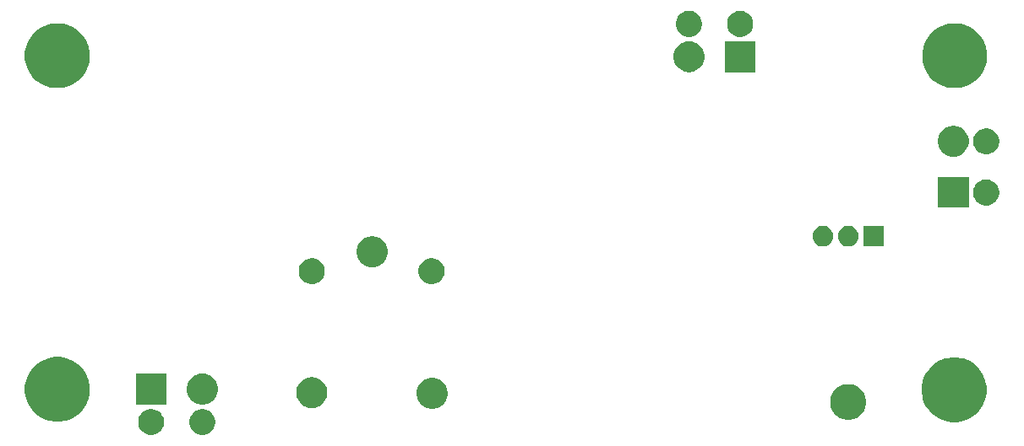
<source format=gbr>
G04 #@! TF.GenerationSoftware,KiCad,Pcbnew,(5.1.5)-3*
G04 #@! TF.CreationDate,2020-09-18T03:21:52-03:00*
G04 #@! TF.ProjectId,Luz de Freio,4c757a20-6465-4204-9672-65696f2e6b69,rev?*
G04 #@! TF.SameCoordinates,Original*
G04 #@! TF.FileFunction,Soldermask,Bot*
G04 #@! TF.FilePolarity,Negative*
%FSLAX46Y46*%
G04 Gerber Fmt 4.6, Leading zero omitted, Abs format (unit mm)*
G04 Created by KiCad (PCBNEW (5.1.5)-3) date 2020-09-18 03:21:52*
%MOMM*%
%LPD*%
G04 APERTURE LIST*
%ADD10C,0.100000*%
G04 APERTURE END LIST*
D10*
G36*
X150035287Y-135100996D02*
G01*
X150272053Y-135199068D01*
X150272055Y-135199069D01*
X150485139Y-135341447D01*
X150666353Y-135522661D01*
X150718174Y-135600216D01*
X150808732Y-135735747D01*
X150906804Y-135972513D01*
X150956800Y-136223861D01*
X150956800Y-136480139D01*
X150906804Y-136731487D01*
X150808732Y-136968253D01*
X150808731Y-136968255D01*
X150666353Y-137181339D01*
X150485139Y-137362553D01*
X150272055Y-137504931D01*
X150272054Y-137504932D01*
X150272053Y-137504932D01*
X150035287Y-137603004D01*
X149783939Y-137653000D01*
X149527661Y-137653000D01*
X149276313Y-137603004D01*
X149039547Y-137504932D01*
X149039546Y-137504932D01*
X149039545Y-137504931D01*
X148826461Y-137362553D01*
X148645247Y-137181339D01*
X148502869Y-136968255D01*
X148502868Y-136968253D01*
X148404796Y-136731487D01*
X148354800Y-136480139D01*
X148354800Y-136223861D01*
X148404796Y-135972513D01*
X148502868Y-135735747D01*
X148593427Y-135600216D01*
X148645247Y-135522661D01*
X148826461Y-135341447D01*
X149039545Y-135199069D01*
X149039547Y-135199068D01*
X149276313Y-135100996D01*
X149527661Y-135051000D01*
X149783939Y-135051000D01*
X150035287Y-135100996D01*
G37*
G36*
X144904487Y-135100996D02*
G01*
X145141253Y-135199068D01*
X145141255Y-135199069D01*
X145354339Y-135341447D01*
X145535553Y-135522661D01*
X145587374Y-135600216D01*
X145677932Y-135735747D01*
X145776004Y-135972513D01*
X145826000Y-136223861D01*
X145826000Y-136480139D01*
X145776004Y-136731487D01*
X145677932Y-136968253D01*
X145677931Y-136968255D01*
X145535553Y-137181339D01*
X145354339Y-137362553D01*
X145141255Y-137504931D01*
X145141254Y-137504932D01*
X145141253Y-137504932D01*
X144904487Y-137603004D01*
X144653139Y-137653000D01*
X144396861Y-137653000D01*
X144145513Y-137603004D01*
X143908747Y-137504932D01*
X143908746Y-137504932D01*
X143908745Y-137504931D01*
X143695661Y-137362553D01*
X143514447Y-137181339D01*
X143372069Y-136968255D01*
X143372068Y-136968253D01*
X143273996Y-136731487D01*
X143224000Y-136480139D01*
X143224000Y-136223861D01*
X143273996Y-135972513D01*
X143372068Y-135735747D01*
X143462627Y-135600216D01*
X143514447Y-135522661D01*
X143695661Y-135341447D01*
X143908745Y-135199069D01*
X143908747Y-135199068D01*
X144145513Y-135100996D01*
X144396861Y-135051000D01*
X144653139Y-135051000D01*
X144904487Y-135100996D01*
G37*
G36*
X225634239Y-129936467D02*
G01*
X225948282Y-129998934D01*
X226539926Y-130244001D01*
X227072392Y-130599784D01*
X227525216Y-131052608D01*
X227880999Y-131585074D01*
X228126066Y-132176718D01*
X228142823Y-132260960D01*
X228251000Y-132804803D01*
X228251000Y-133445197D01*
X228188533Y-133759239D01*
X228126066Y-134073282D01*
X227880999Y-134664926D01*
X227525216Y-135197392D01*
X227072392Y-135650216D01*
X226539926Y-136005999D01*
X225948282Y-136251066D01*
X225634239Y-136313533D01*
X225320197Y-136376000D01*
X224679803Y-136376000D01*
X224365761Y-136313533D01*
X224051718Y-136251066D01*
X223460074Y-136005999D01*
X222927608Y-135650216D01*
X222474784Y-135197392D01*
X222119001Y-134664926D01*
X221873934Y-134073282D01*
X221811467Y-133759239D01*
X221749000Y-133445197D01*
X221749000Y-132804803D01*
X221857177Y-132260960D01*
X221873934Y-132176718D01*
X222119001Y-131585074D01*
X222474784Y-131052608D01*
X222927608Y-130599784D01*
X223460074Y-130244001D01*
X224051718Y-129998934D01*
X224365761Y-129936467D01*
X224679803Y-129874000D01*
X225320197Y-129874000D01*
X225634239Y-129936467D01*
G37*
G36*
X135696563Y-129874000D02*
G01*
X136073282Y-129948934D01*
X136664926Y-130194001D01*
X137197392Y-130549784D01*
X137650216Y-131002608D01*
X138005999Y-131535074D01*
X138251066Y-132126718D01*
X138267823Y-132210960D01*
X138376000Y-132754803D01*
X138376000Y-133395197D01*
X138340036Y-133576000D01*
X138251066Y-134023282D01*
X138005999Y-134614926D01*
X137650216Y-135147392D01*
X137197392Y-135600216D01*
X136664926Y-135955999D01*
X136073282Y-136201066D01*
X135821915Y-136251066D01*
X135445197Y-136326000D01*
X134804803Y-136326000D01*
X134428085Y-136251066D01*
X134176718Y-136201066D01*
X133585074Y-135955999D01*
X133052608Y-135600216D01*
X132599784Y-135147392D01*
X132244001Y-134614926D01*
X131998934Y-134023282D01*
X131909964Y-133576000D01*
X131874000Y-133395197D01*
X131874000Y-132754803D01*
X131982177Y-132210960D01*
X131998934Y-132126718D01*
X132244001Y-131535074D01*
X132599784Y-131002608D01*
X133052608Y-130549784D01*
X133585074Y-130194001D01*
X134176718Y-129948934D01*
X134553437Y-129874000D01*
X134804803Y-129824000D01*
X135445197Y-129824000D01*
X135696563Y-129874000D01*
G37*
G36*
X214904231Y-132619111D02*
G01*
X215231992Y-132754874D01*
X215526970Y-132951972D01*
X215777828Y-133202830D01*
X215974926Y-133497808D01*
X216110689Y-133825569D01*
X216179900Y-134173516D01*
X216179900Y-134528284D01*
X216110689Y-134876231D01*
X215974926Y-135203992D01*
X215777828Y-135498970D01*
X215526970Y-135749828D01*
X215231992Y-135946926D01*
X214904231Y-136082689D01*
X214556284Y-136151900D01*
X214201516Y-136151900D01*
X213853569Y-136082689D01*
X213525808Y-135946926D01*
X213230830Y-135749828D01*
X212979972Y-135498970D01*
X212782874Y-135203992D01*
X212647111Y-134876231D01*
X212577900Y-134528284D01*
X212577900Y-134173516D01*
X212647111Y-133825569D01*
X212782874Y-133497808D01*
X212979972Y-133202830D01*
X213230830Y-132951972D01*
X213525808Y-132754874D01*
X213853569Y-132619111D01*
X214201516Y-132549900D01*
X214556284Y-132549900D01*
X214904231Y-132619111D01*
G37*
G36*
X172875843Y-131924304D02*
G01*
X173127210Y-131974304D01*
X173409474Y-132091221D01*
X173663505Y-132260959D01*
X173879541Y-132476995D01*
X174049279Y-132731026D01*
X174166196Y-133013290D01*
X174195998Y-133163115D01*
X174215855Y-133262940D01*
X174225800Y-133312940D01*
X174225800Y-133618460D01*
X174166196Y-133918110D01*
X174049279Y-134200374D01*
X173879541Y-134454405D01*
X173663505Y-134670441D01*
X173409474Y-134840179D01*
X173127210Y-134957096D01*
X173078927Y-134966700D01*
X172827561Y-135016700D01*
X172522039Y-135016700D01*
X172270673Y-134966700D01*
X172222390Y-134957096D01*
X171940126Y-134840179D01*
X171686095Y-134670441D01*
X171470059Y-134454405D01*
X171300321Y-134200374D01*
X171183404Y-133918110D01*
X171123800Y-133618460D01*
X171123800Y-133312940D01*
X171133746Y-133262940D01*
X171153602Y-133163115D01*
X171183404Y-133013290D01*
X171300321Y-132731026D01*
X171470059Y-132476995D01*
X171686095Y-132260959D01*
X171940126Y-132091221D01*
X172222390Y-131974304D01*
X172473757Y-131924304D01*
X172522039Y-131914700D01*
X172827561Y-131914700D01*
X172875843Y-131924304D01*
G37*
G36*
X160849170Y-131878944D02*
G01*
X161077210Y-131924304D01*
X161359474Y-132041221D01*
X161613505Y-132210959D01*
X161829541Y-132426995D01*
X161999279Y-132681026D01*
X162116196Y-132963290D01*
X162126142Y-133013291D01*
X162175800Y-133262939D01*
X162175800Y-133568461D01*
X162165854Y-133618461D01*
X162116196Y-133868110D01*
X161999279Y-134150374D01*
X161829541Y-134404405D01*
X161613505Y-134620441D01*
X161359474Y-134790179D01*
X161077210Y-134907096D01*
X160927385Y-134936898D01*
X160777561Y-134966700D01*
X160472039Y-134966700D01*
X160322215Y-134936898D01*
X160172390Y-134907096D01*
X159890126Y-134790179D01*
X159636095Y-134620441D01*
X159420059Y-134404405D01*
X159250321Y-134150374D01*
X159133404Y-133868110D01*
X159083746Y-133618461D01*
X159073800Y-133568461D01*
X159073800Y-133262939D01*
X159123458Y-133013291D01*
X159133404Y-132963290D01*
X159250321Y-132681026D01*
X159420059Y-132426995D01*
X159636095Y-132210959D01*
X159890126Y-132041221D01*
X160172390Y-131924304D01*
X160400430Y-131878944D01*
X160472039Y-131864700D01*
X160777561Y-131864700D01*
X160849170Y-131878944D01*
G37*
G36*
X146076000Y-134601000D02*
G01*
X142974000Y-134601000D01*
X142974000Y-131499000D01*
X146076000Y-131499000D01*
X146076000Y-134601000D01*
G37*
G36*
X149954585Y-131528802D02*
G01*
X150104410Y-131558604D01*
X150386674Y-131675521D01*
X150640705Y-131845259D01*
X150856741Y-132061295D01*
X151026479Y-132315326D01*
X151123642Y-132549900D01*
X151143396Y-132597591D01*
X151203000Y-132897239D01*
X151203000Y-133202761D01*
X151185920Y-133288629D01*
X151143396Y-133502410D01*
X151026479Y-133784674D01*
X150856741Y-134038705D01*
X150640705Y-134254741D01*
X150386674Y-134424479D01*
X150104410Y-134541396D01*
X150018789Y-134558427D01*
X149804761Y-134601000D01*
X149499239Y-134601000D01*
X149285211Y-134558427D01*
X149199590Y-134541396D01*
X148917326Y-134424479D01*
X148663295Y-134254741D01*
X148447259Y-134038705D01*
X148277521Y-133784674D01*
X148160604Y-133502410D01*
X148118080Y-133288629D01*
X148101000Y-133202761D01*
X148101000Y-132897239D01*
X148160604Y-132597591D01*
X148180358Y-132549900D01*
X148277521Y-132315326D01*
X148447259Y-132061295D01*
X148663295Y-131845259D01*
X148917326Y-131675521D01*
X149199590Y-131558604D01*
X149349415Y-131528802D01*
X149499239Y-131499000D01*
X149804761Y-131499000D01*
X149954585Y-131528802D01*
G37*
G36*
X161004287Y-119964696D02*
G01*
X161241053Y-120062768D01*
X161241055Y-120062769D01*
X161454139Y-120205147D01*
X161635353Y-120386361D01*
X161777732Y-120599447D01*
X161875804Y-120836213D01*
X161925800Y-121087561D01*
X161925800Y-121343839D01*
X161875804Y-121595187D01*
X161777732Y-121831953D01*
X161777731Y-121831955D01*
X161635353Y-122045039D01*
X161454139Y-122226253D01*
X161241055Y-122368631D01*
X161241054Y-122368632D01*
X161241053Y-122368632D01*
X161004287Y-122466704D01*
X160752939Y-122516700D01*
X160496661Y-122516700D01*
X160245313Y-122466704D01*
X160008547Y-122368632D01*
X160008546Y-122368632D01*
X160008545Y-122368631D01*
X159795461Y-122226253D01*
X159614247Y-122045039D01*
X159471869Y-121831955D01*
X159471868Y-121831953D01*
X159373796Y-121595187D01*
X159323800Y-121343839D01*
X159323800Y-121087561D01*
X159373796Y-120836213D01*
X159471868Y-120599447D01*
X159614247Y-120386361D01*
X159795461Y-120205147D01*
X160008545Y-120062769D01*
X160008547Y-120062768D01*
X160245313Y-119964696D01*
X160496661Y-119914700D01*
X160752939Y-119914700D01*
X161004287Y-119964696D01*
G37*
G36*
X173004287Y-119964696D02*
G01*
X173241053Y-120062768D01*
X173241055Y-120062769D01*
X173454139Y-120205147D01*
X173635353Y-120386361D01*
X173777732Y-120599447D01*
X173875804Y-120836213D01*
X173925800Y-121087561D01*
X173925800Y-121343839D01*
X173875804Y-121595187D01*
X173777732Y-121831953D01*
X173777731Y-121831955D01*
X173635353Y-122045039D01*
X173454139Y-122226253D01*
X173241055Y-122368631D01*
X173241054Y-122368632D01*
X173241053Y-122368632D01*
X173004287Y-122466704D01*
X172752939Y-122516700D01*
X172496661Y-122516700D01*
X172245313Y-122466704D01*
X172008547Y-122368632D01*
X172008546Y-122368632D01*
X172008545Y-122368631D01*
X171795461Y-122226253D01*
X171614247Y-122045039D01*
X171471869Y-121831955D01*
X171471868Y-121831953D01*
X171373796Y-121595187D01*
X171323800Y-121343839D01*
X171323800Y-121087561D01*
X171373796Y-120836213D01*
X171471868Y-120599447D01*
X171614247Y-120386361D01*
X171795461Y-120205147D01*
X172008545Y-120062769D01*
X172008547Y-120062768D01*
X172245313Y-119964696D01*
X172496661Y-119914700D01*
X172752939Y-119914700D01*
X173004287Y-119964696D01*
G37*
G36*
X166977385Y-117744502D02*
G01*
X167127210Y-117774304D01*
X167409474Y-117891221D01*
X167663505Y-118060959D01*
X167879541Y-118276995D01*
X168049279Y-118531026D01*
X168166196Y-118813290D01*
X168225800Y-119112940D01*
X168225800Y-119418460D01*
X168166196Y-119718110D01*
X168049279Y-120000374D01*
X167879541Y-120254405D01*
X167663505Y-120470441D01*
X167409474Y-120640179D01*
X167127210Y-120757096D01*
X166977385Y-120786898D01*
X166827561Y-120816700D01*
X166522039Y-120816700D01*
X166372215Y-120786898D01*
X166222390Y-120757096D01*
X165940126Y-120640179D01*
X165686095Y-120470441D01*
X165470059Y-120254405D01*
X165300321Y-120000374D01*
X165183404Y-119718110D01*
X165123800Y-119418460D01*
X165123800Y-119112940D01*
X165183404Y-118813290D01*
X165300321Y-118531026D01*
X165470059Y-118276995D01*
X165686095Y-118060959D01*
X165940126Y-117891221D01*
X166222390Y-117774304D01*
X166372215Y-117744502D01*
X166522039Y-117714700D01*
X166827561Y-117714700D01*
X166977385Y-117744502D01*
G37*
G36*
X214575620Y-116654420D02*
G01*
X214764781Y-116711801D01*
X214939112Y-116804983D01*
X215091915Y-116930385D01*
X215217317Y-117083188D01*
X215261082Y-117165067D01*
X215310498Y-117257517D01*
X215310499Y-117257520D01*
X215367880Y-117446681D01*
X215382400Y-117594107D01*
X215382400Y-117787694D01*
X215367880Y-117935120D01*
X215310499Y-118124281D01*
X215217317Y-118298612D01*
X215091915Y-118451415D01*
X214939112Y-118576817D01*
X214857233Y-118620582D01*
X214764783Y-118669998D01*
X214764780Y-118669999D01*
X214575619Y-118727380D01*
X214378900Y-118746755D01*
X214182180Y-118727380D01*
X213993019Y-118669999D01*
X213818688Y-118576817D01*
X213665885Y-118451415D01*
X213540483Y-118298612D01*
X213496718Y-118216733D01*
X213447302Y-118124283D01*
X213428093Y-118060959D01*
X213389920Y-117935119D01*
X213375400Y-117787693D01*
X213375400Y-117594106D01*
X213389920Y-117446680D01*
X213447301Y-117257519D01*
X213540483Y-117083188D01*
X213665885Y-116930385D01*
X213818688Y-116804983D01*
X213993020Y-116711801D01*
X214182181Y-116654420D01*
X214378900Y-116635045D01*
X214575620Y-116654420D01*
G37*
G36*
X212035620Y-116654420D02*
G01*
X212224781Y-116711801D01*
X212399112Y-116804983D01*
X212551915Y-116930385D01*
X212677317Y-117083188D01*
X212721082Y-117165067D01*
X212770498Y-117257517D01*
X212770499Y-117257520D01*
X212827880Y-117446681D01*
X212842400Y-117594107D01*
X212842400Y-117787694D01*
X212827880Y-117935120D01*
X212770499Y-118124281D01*
X212677317Y-118298612D01*
X212551915Y-118451415D01*
X212399112Y-118576817D01*
X212317233Y-118620582D01*
X212224783Y-118669998D01*
X212224780Y-118669999D01*
X212035619Y-118727380D01*
X211838900Y-118746755D01*
X211642180Y-118727380D01*
X211453019Y-118669999D01*
X211278688Y-118576817D01*
X211125885Y-118451415D01*
X211000483Y-118298612D01*
X210956718Y-118216733D01*
X210907302Y-118124283D01*
X210888093Y-118060959D01*
X210849920Y-117935119D01*
X210835400Y-117787693D01*
X210835400Y-117594106D01*
X210849920Y-117446680D01*
X210907301Y-117257519D01*
X211000483Y-117083188D01*
X211125885Y-116930385D01*
X211278688Y-116804983D01*
X211453020Y-116711801D01*
X211642181Y-116654420D01*
X211838900Y-116635045D01*
X212035620Y-116654420D01*
G37*
G36*
X217922400Y-118741900D02*
G01*
X215915400Y-118741900D01*
X215915400Y-116639900D01*
X217922400Y-116639900D01*
X217922400Y-118741900D01*
G37*
G36*
X226451000Y-114851000D02*
G01*
X223349000Y-114851000D01*
X223349000Y-111749000D01*
X226451000Y-111749000D01*
X226451000Y-114851000D01*
G37*
G36*
X228581487Y-112048996D02*
G01*
X228818253Y-112147068D01*
X228818255Y-112147069D01*
X229031339Y-112289447D01*
X229212553Y-112470661D01*
X229354932Y-112683747D01*
X229453004Y-112920513D01*
X229503000Y-113171861D01*
X229503000Y-113428139D01*
X229453004Y-113679487D01*
X229354932Y-113916253D01*
X229354931Y-113916255D01*
X229212553Y-114129339D01*
X229031339Y-114310553D01*
X228818255Y-114452931D01*
X228818254Y-114452932D01*
X228818253Y-114452932D01*
X228581487Y-114551004D01*
X228330139Y-114601000D01*
X228073861Y-114601000D01*
X227822513Y-114551004D01*
X227585747Y-114452932D01*
X227585746Y-114452932D01*
X227585745Y-114452931D01*
X227372661Y-114310553D01*
X227191447Y-114129339D01*
X227049069Y-113916255D01*
X227049068Y-113916253D01*
X226950996Y-113679487D01*
X226901000Y-113428139D01*
X226901000Y-113171861D01*
X226950996Y-112920513D01*
X227049068Y-112683747D01*
X227191447Y-112470661D01*
X227372661Y-112289447D01*
X227585745Y-112147069D01*
X227585747Y-112147068D01*
X227822513Y-112048996D01*
X228073861Y-111999000D01*
X228330139Y-111999000D01*
X228581487Y-112048996D01*
G37*
G36*
X225202585Y-106651802D02*
G01*
X225352410Y-106681604D01*
X225634674Y-106798521D01*
X225888705Y-106968259D01*
X226104741Y-107184295D01*
X226274479Y-107438326D01*
X226391396Y-107720590D01*
X226451000Y-108020240D01*
X226451000Y-108325760D01*
X226391396Y-108625410D01*
X226274479Y-108907674D01*
X226104741Y-109161705D01*
X225888705Y-109377741D01*
X225634674Y-109547479D01*
X225352410Y-109664396D01*
X225202585Y-109694198D01*
X225052761Y-109724000D01*
X224747239Y-109724000D01*
X224597415Y-109694198D01*
X224447590Y-109664396D01*
X224165326Y-109547479D01*
X223911295Y-109377741D01*
X223695259Y-109161705D01*
X223525521Y-108907674D01*
X223408604Y-108625410D01*
X223349000Y-108325760D01*
X223349000Y-108020240D01*
X223408604Y-107720590D01*
X223525521Y-107438326D01*
X223695259Y-107184295D01*
X223911295Y-106968259D01*
X224165326Y-106798521D01*
X224447590Y-106681604D01*
X224597415Y-106651802D01*
X224747239Y-106622000D01*
X225052761Y-106622000D01*
X225202585Y-106651802D01*
G37*
G36*
X228581487Y-106918196D02*
G01*
X228818253Y-107016268D01*
X228818255Y-107016269D01*
X229031339Y-107158647D01*
X229212553Y-107339861D01*
X229354932Y-107552947D01*
X229453004Y-107789713D01*
X229503000Y-108041061D01*
X229503000Y-108297339D01*
X229453004Y-108548687D01*
X229421224Y-108625410D01*
X229354931Y-108785455D01*
X229212553Y-108998539D01*
X229031339Y-109179753D01*
X228818255Y-109322131D01*
X228818254Y-109322132D01*
X228818253Y-109322132D01*
X228581487Y-109420204D01*
X228330139Y-109470200D01*
X228073861Y-109470200D01*
X227822513Y-109420204D01*
X227585747Y-109322132D01*
X227585746Y-109322132D01*
X227585745Y-109322131D01*
X227372661Y-109179753D01*
X227191447Y-108998539D01*
X227049069Y-108785455D01*
X226982776Y-108625410D01*
X226950996Y-108548687D01*
X226901000Y-108297339D01*
X226901000Y-108041061D01*
X226950996Y-107789713D01*
X227049068Y-107552947D01*
X227191447Y-107339861D01*
X227372661Y-107158647D01*
X227585745Y-107016269D01*
X227585747Y-107016268D01*
X227822513Y-106918196D01*
X228073861Y-106868200D01*
X228330139Y-106868200D01*
X228581487Y-106918196D01*
G37*
G36*
X225684239Y-96386467D02*
G01*
X225998282Y-96448934D01*
X226589926Y-96694001D01*
X227122392Y-97049784D01*
X227575216Y-97502608D01*
X227930999Y-98035074D01*
X228176066Y-98626718D01*
X228188116Y-98687296D01*
X228301000Y-99254803D01*
X228301000Y-99895197D01*
X228254611Y-100128409D01*
X228176066Y-100523282D01*
X227930999Y-101114926D01*
X227575216Y-101647392D01*
X227122392Y-102100216D01*
X226589926Y-102455999D01*
X225998282Y-102701066D01*
X225684239Y-102763533D01*
X225370197Y-102826000D01*
X224729803Y-102826000D01*
X224415761Y-102763533D01*
X224101718Y-102701066D01*
X223510074Y-102455999D01*
X222977608Y-102100216D01*
X222524784Y-101647392D01*
X222169001Y-101114926D01*
X221923934Y-100523282D01*
X221845389Y-100128409D01*
X221799000Y-99895197D01*
X221799000Y-99254803D01*
X221911884Y-98687296D01*
X221923934Y-98626718D01*
X222169001Y-98035074D01*
X222524784Y-97502608D01*
X222977608Y-97049784D01*
X223510074Y-96694001D01*
X224101718Y-96448934D01*
X224415761Y-96386467D01*
X224729803Y-96324000D01*
X225370197Y-96324000D01*
X225684239Y-96386467D01*
G37*
G36*
X135759239Y-96386467D02*
G01*
X136073282Y-96448934D01*
X136664926Y-96694001D01*
X137197392Y-97049784D01*
X137650216Y-97502608D01*
X138005999Y-98035074D01*
X138251066Y-98626718D01*
X138263116Y-98687296D01*
X138376000Y-99254803D01*
X138376000Y-99895197D01*
X138329611Y-100128409D01*
X138251066Y-100523282D01*
X138005999Y-101114926D01*
X137650216Y-101647392D01*
X137197392Y-102100216D01*
X136664926Y-102455999D01*
X136073282Y-102701066D01*
X135759239Y-102763533D01*
X135445197Y-102826000D01*
X134804803Y-102826000D01*
X134490761Y-102763533D01*
X134176718Y-102701066D01*
X133585074Y-102455999D01*
X133052608Y-102100216D01*
X132599784Y-101647392D01*
X132244001Y-101114926D01*
X131998934Y-100523282D01*
X131920389Y-100128409D01*
X131874000Y-99895197D01*
X131874000Y-99254803D01*
X131986884Y-98687296D01*
X131998934Y-98626718D01*
X132244001Y-98035074D01*
X132599784Y-97502608D01*
X133052608Y-97049784D01*
X133585074Y-96694001D01*
X134176718Y-96448934D01*
X134490761Y-96386467D01*
X134804803Y-96324000D01*
X135445197Y-96324000D01*
X135759239Y-96386467D01*
G37*
G36*
X198717585Y-98154802D02*
G01*
X198867410Y-98184604D01*
X199149674Y-98301521D01*
X199403705Y-98471259D01*
X199619741Y-98687295D01*
X199789479Y-98941326D01*
X199906396Y-99223590D01*
X199912605Y-99254804D01*
X199950129Y-99443448D01*
X199966000Y-99523240D01*
X199966000Y-99828760D01*
X199906396Y-100128410D01*
X199789479Y-100410674D01*
X199619741Y-100664705D01*
X199403705Y-100880741D01*
X199149674Y-101050479D01*
X198867410Y-101167396D01*
X198717585Y-101197198D01*
X198567761Y-101227000D01*
X198262239Y-101227000D01*
X198112415Y-101197198D01*
X197962590Y-101167396D01*
X197680326Y-101050479D01*
X197426295Y-100880741D01*
X197210259Y-100664705D01*
X197040521Y-100410674D01*
X196923604Y-100128410D01*
X196864000Y-99828760D01*
X196864000Y-99523240D01*
X196879872Y-99443448D01*
X196917395Y-99254804D01*
X196923604Y-99223590D01*
X197040521Y-98941326D01*
X197210259Y-98687295D01*
X197426295Y-98471259D01*
X197680326Y-98301521D01*
X197962590Y-98184604D01*
X198112415Y-98154802D01*
X198262239Y-98125000D01*
X198567761Y-98125000D01*
X198717585Y-98154802D01*
G37*
G36*
X205093000Y-101227000D02*
G01*
X201991000Y-101227000D01*
X201991000Y-98125000D01*
X205093000Y-98125000D01*
X205093000Y-101227000D01*
G37*
G36*
X198790687Y-95122996D02*
G01*
X199027453Y-95221068D01*
X199027455Y-95221069D01*
X199240539Y-95363447D01*
X199421753Y-95544661D01*
X199564132Y-95757747D01*
X199662204Y-95994513D01*
X199712200Y-96245861D01*
X199712200Y-96502139D01*
X199662204Y-96753487D01*
X199632712Y-96824686D01*
X199564131Y-96990255D01*
X199421753Y-97203339D01*
X199240539Y-97384553D01*
X199027455Y-97526931D01*
X199027454Y-97526932D01*
X199027453Y-97526932D01*
X198790687Y-97625004D01*
X198539339Y-97675000D01*
X198283061Y-97675000D01*
X198031713Y-97625004D01*
X197794947Y-97526932D01*
X197794946Y-97526932D01*
X197794945Y-97526931D01*
X197581861Y-97384553D01*
X197400647Y-97203339D01*
X197258269Y-96990255D01*
X197189688Y-96824686D01*
X197160196Y-96753487D01*
X197110200Y-96502139D01*
X197110200Y-96245861D01*
X197160196Y-95994513D01*
X197258268Y-95757747D01*
X197400647Y-95544661D01*
X197581861Y-95363447D01*
X197794945Y-95221069D01*
X197794947Y-95221068D01*
X198031713Y-95122996D01*
X198283061Y-95073000D01*
X198539339Y-95073000D01*
X198790687Y-95122996D01*
G37*
G36*
X203921487Y-95122996D02*
G01*
X204158253Y-95221068D01*
X204158255Y-95221069D01*
X204371339Y-95363447D01*
X204552553Y-95544661D01*
X204694932Y-95757747D01*
X204793004Y-95994513D01*
X204843000Y-96245861D01*
X204843000Y-96502139D01*
X204793004Y-96753487D01*
X204763512Y-96824686D01*
X204694931Y-96990255D01*
X204552553Y-97203339D01*
X204371339Y-97384553D01*
X204158255Y-97526931D01*
X204158254Y-97526932D01*
X204158253Y-97526932D01*
X203921487Y-97625004D01*
X203670139Y-97675000D01*
X203413861Y-97675000D01*
X203162513Y-97625004D01*
X202925747Y-97526932D01*
X202925746Y-97526932D01*
X202925745Y-97526931D01*
X202712661Y-97384553D01*
X202531447Y-97203339D01*
X202389069Y-96990255D01*
X202320488Y-96824686D01*
X202290996Y-96753487D01*
X202241000Y-96502139D01*
X202241000Y-96245861D01*
X202290996Y-95994513D01*
X202389068Y-95757747D01*
X202531447Y-95544661D01*
X202712661Y-95363447D01*
X202925745Y-95221069D01*
X202925747Y-95221068D01*
X203162513Y-95122996D01*
X203413861Y-95073000D01*
X203670139Y-95073000D01*
X203921487Y-95122996D01*
G37*
M02*

</source>
